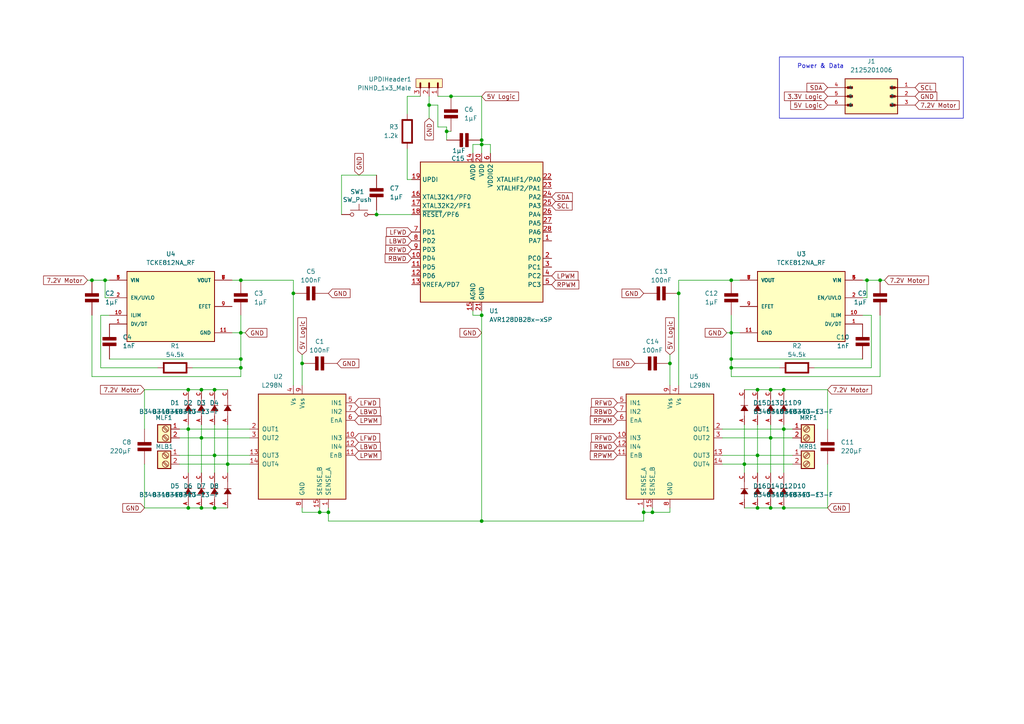
<source format=kicad_sch>
(kicad_sch (version 20250114) (generator "eeschema") (generator_version "9.0")
  (paper "A4")
  (lib_symbols
    (symbol "2125201006:2125201006" (pin_names (offset 1.016))
      (property "Reference" "J" (at -7.62 6.35 0))
      (property "Value" "2125201006" (at -7.62 -7.62 0))
      (symbol "2125201006_0_0"
        (pin passive line (at -12.7 2.54 0) (length 5.08) (name "1") (number "1"))
        (pin passive line (at -12.7 0 0) (length 5.08) (name "2") (number "2"))
        (pin passive line (at -12.7 -2.54 0) (length 5.08) (name "3") (number "3"))
        (pin passive line (at 12.7 2.54 180) (length 5.08) (name "4") (number "4"))
        (pin passive line (at 12.7 0 180) (length 5.08) (name "5") (number "5"))
        (pin passive line (at 12.7 -2.54 180) (length 5.08) (name "6") (number "6"))
      )
    )
    (symbol "B340-13-F:B340-13-F" (pin_names (offset 1.016))
      (property "Reference" "D" (at -5.084 2.542 0))
      (property "Value" "B340-13-F" (at -5.0836 -4.3211 0))
      (symbol "B340-13-F_0_0"
        (pin passive line (at -5.08 0 0) (length 2.54) (name "~") (number "A"))
        (pin passive line (at 5.08 0 180) (length 2.54) (name "~") (number "C"))
      )
    )
    (symbol "Driver_Motor:L298N" (pin_names (offset 1.016))
      (property "Reference" "U" (at -10.16 16.51 0))
      (property "Value" "L298N" (at 12.7 16.51 0))
      (symbol "L298N_1_1"
        (pin input line (at -15.24 12.7 0) (length 2.54) (name "IN1") (number "5"))
        (pin input line (at -15.24 10.16 0) (length 2.54) (name "IN2") (number "7"))
        (pin input line (at -15.24 7.62 0) (length 2.54) (name "EnA") (number "6"))
        (pin input line (at -15.24 2.54 0) (length 2.54) (name "IN3") (number "10"))
        (pin input line (at -15.24 0 0) (length 2.54) (name "IN4") (number "12"))
        (pin input line (at -15.24 -2.54 0) (length 2.54) (name "EnB") (number "11"))
        (pin power_in line (at -7.62 -17.78 90) (length 2.54) (name "SENSE_A") (number "1"))
        (pin power_in line (at -5.08 -17.78 90) (length 2.54) (name "SENSE_B") (number "15"))
        (pin power_in line (at 0 17.78 270) (length 2.54) (name "Vss") (number "9"))
        (pin power_in line (at 0 -17.78 90) (length 2.54) (name "GND") (number "8"))
        (pin power_in line (at 2.54 17.78 270) (length 2.54) (name "Vs") (number "4"))
        (pin output line (at 15.24 5.08 180) (length 2.54) (name "OUT1") (number "2"))
        (pin output line (at 15.24 2.54 180) (length 2.54) (name "OUT2") (number "3"))
        (pin output line (at 15.24 -2.54 180) (length 2.54) (name "OUT3") (number "13"))
        (pin output line (at 15.24 -5.08 180) (length 2.54) (name "OUT4") (number "14"))
      )
    )
    (symbol "MCU_Microchip_AVR_Dx:AVR128DB28x-xSP"
      (property "Reference" "U" (at -17.78 21.59 0))
      (property "Value" "AVR128DB28x-xSP" (at 2.54 -21.59 0))
      (symbol "AVR128DB28x-xSP_1_1"
        (pin input line (at -20.32 15.24 0) (length 2.54) (name "UPDI") (number "19"))
        (pin bidirectional line (at -20.32 10.16 0) (length 2.54) (name "XTAL32K1/PF0") (number "16"))
        (pin bidirectional line (at -20.32 7.62 0) (length 2.54) (name "XTAL32K2/PF1") (number "17"))
        (pin bidirectional line (at -20.32 5.08 0) (length 2.54) (name "~{RESET}/PF6") (number "18"))
        (pin bidirectional line (at -20.32 0 0) (length 2.54) (name "PD1") (number "7"))
        (pin bidirectional line (at -20.32 -2.54 0) (length 2.54) (name "PD2") (number "8"))
        (pin bidirectional line (at -20.32 -5.08 0) (length 2.54) (name "PD3") (number "9"))
        (pin bidirectional line (at -20.32 -7.62 0) (length 2.54) (name "PD4") (number "10"))
        (pin bidirectional line (at -20.32 -10.16 0) (length 2.54) (name "PD5") (number "11"))
        (pin bidirectional line (at -20.32 -12.7 0) (length 2.54) (name "PD6") (number "12"))
        (pin bidirectional line (at -20.32 -15.24 0) (length 2.54) (name "VREFA/PD7") (number "13"))
        (pin power_in line (at -2.54 22.86 270) (length 2.54) (name "AVDD") (number "14"))
        (pin power_in line (at -2.54 -22.86 90) (length 2.54) (name "AGND") (number "15"))
        (pin power_in line (at 0 22.86 270) (length 2.54) (name "VDD") (number "20"))
        (pin power_in line (at 0 -22.86 90) (length 2.54) (name "GND") (number "21"))
        (pin power_in line (at 2.54 22.86 270) (length 2.54) (name "VDDIO2") (number "6"))
        (pin bidirectional line (at 20.32 15.24 180) (length 2.54) (name "XTALHF1/PA0") (number "22"))
        (pin bidirectional line (at 20.32 12.7 180) (length 2.54) (name "XTALHF2/PA1") (number "23"))
        (pin bidirectional line (at 20.32 10.16 180) (length 2.54) (name "PA2") (number "24"))
        (pin bidirectional line (at 20.32 7.62 180) (length 2.54) (name "PA3") (number "25"))
        (pin bidirectional line (at 20.32 5.08 180) (length 2.54) (name "PA4") (number "26"))
        (pin bidirectional line (at 20.32 2.54 180) (length 2.54) (name "PA5") (number "27"))
        (pin bidirectional line (at 20.32 0 180) (length 2.54) (name "PA6") (number "28"))
        (pin bidirectional line (at 20.32 -2.54 180) (length 2.54) (name "PA7") (number "1"))
        (pin bidirectional line (at 20.32 -7.62 180) (length 2.54) (name "PC0") (number "2"))
        (pin bidirectional line (at 20.32 -10.16 180) (length 2.54) (name "PC1") (number "3"))
        (pin bidirectional line (at 20.32 -12.7 180) (length 2.54) (name "PC2") (number "4"))
        (pin bidirectional line (at 20.32 -15.24 180) (length 2.54) (name "PC3") (number "5"))
      )
    )
    (symbol "PCM_Elektuur:C" (pin_numbers (hide yes)) (pin_names (offset 0) (hide yes))
      (property "Reference" "C" (at 0.635 3.175 0))
      (property "Value" "C" (at 0.635 -3.175 0))
      (symbol "C_1_1"
        (pin passive line (at 0 5.08 270) (length 3.8862) (name "+") (number "1"))
        (pin passive line (at 0 -5.08 90) (length 3.8862) (name "-") (number "2"))
      )
      (symbol "C_1_2"
        (pin passive line (at 0 5.08 270) (length 3.5814) (name "+") (number "1"))
        (pin passive line (at 0 -5.08 90) (length 3.5814) (name "-") (number "2"))
      )
    )
    (symbol "PCM_Elektuur:R" (pin_numbers (hide yes)) (pin_names (offset 0) (hide yes))
      (property "Reference" "R" (at 2.54 3.175 0))
      (property "Value" "R" (at 0 0 90))
      (symbol "R_1_1"
        (pin passive line (at 0 5.08 270) (length 1.651) (name "+") (number "1"))
        (pin passive line (at 0 -5.08 90) (length 1.651) (name "-") (number "2"))
      )
      (symbol "R_1_2"
        (pin passive line (at 0 5.08 270) (length 1.651) (name "+") (number "1"))
        (pin passive line (at 0 -5.08 90) (length 1.651) (name "-") (number "2"))
      )
      (symbol "R_1_3"
        (pin passive line (at 0 5.08 270) (length 1.6002) (name "+") (number "1"))
        (pin passive line (at 0 -5.08 90) (length 1.6002) (name "-") (number "2"))
      )
      (symbol "R_1_4"
        (pin passive line (at 0 5.08 270) (length 0.5334) (name "+") (number "1"))
        (pin passive line (at 0 -5.08 90) (length 0.5334) (name "-") (number "2"))
      )
    )
    (symbol "PCM_SL_Pin_Headers:PINHD_1x3_Male"
      (property "Reference" "J" (at 0 7.62 0))
      (property "Value" "PINHD_1x3_Male" (at 0 5.08 0))
      (symbol "PINHD_1x3_Male_1_1"
        (pin passive line (at -3.81 2.54 0) (length 2.54) (name "") (number "1"))
        (pin passive line (at -3.81 0 0) (length 2.54) (name "") (number "2"))
        (pin passive line (at -3.81 -2.54 0) (length 2.54) (name "") (number "3"))
      )
    )
    (symbol "PCM_SL_Screw_Terminal:Screw_Terminal_2_P5.00mm"
      (property "Reference" "J" (at 0 3.81 0))
      (property "Value" "Screw_Terminal_2_P5.00mm" (at 0 -3.81 0))
      (symbol "Screw_Terminal_2_P5.00mm_1_1"
        (pin passive line (at -3.81 1.27 0) (length 2.54) (name "") (number "1"))
        (pin passive line (at -3.81 -1.27 0) (length 2.54) (name "") (number "2"))
      )
    )
    (symbol "Switch:SW_Push" (pin_numbers (hide yes)) (pin_names (offset 1.016) (hide yes))
      (property "Reference" "SW" (at 1.27 2.54 0))
      (property "Value" "SW_Push" (at 0 -1.524 0))
      (symbol "SW_Push_0_1"
        (pin passive line (at -5.08 0 0) (length 2.54) (name "1") (number "1"))
        (pin passive line (at 5.08 0 180) (length 2.54) (name "2") (number "2"))
      )
    )
    (symbol "TCKE812NA_RF:TCKE812NA_RF" (pin_names (offset 1.016))
      (property "Reference" "U" (at -12.7 10.922 0))
      (property "Value" "TCKE812NA_RF" (at -12.7 -12.7 0))
      (symbol "TCKE812NA_RF_0_0"
        (pin input line (at -17.78 7.62 0) (length 5.08) (name "VIN") (number "3"))
        (pin input line (at -17.78 7.62 0) (length 5.08) (name "VIN") (number "4"))
        (pin input line (at -17.78 7.62 0) (length 5.08) (name "VIN") (number "5"))
        (pin input line (at -17.78 2.54 0) (length 5.08) (name "EN/UVLO") (number "2"))
        (pin input line (at -17.78 -2.54 0) (length 5.08) (name "ILIM") (number "10"))
        (pin input line (at -17.78 -5.08 0) (length 5.08) (name "DV/DT") (number "1"))
        (pin output line (at 17.78 7.62 180) (length 5.08) (name "VOUT") (number "6"))
        (pin output line (at 17.78 7.62 180) (length 5.08) (name "VOUT") (number "7"))
        (pin output line (at 17.78 7.62 180) (length 5.08) (name "VOUT") (number "8"))
        (pin passive line (at 17.78 0 180) (length 5.08) (name "EFET") (number "9"))
        (pin power_in line (at 17.78 -7.62 180) (length 5.08) (name "GND") (number "11"))
      )
    )
  )
  (rectangle (start 226.06 16.51) (end 279.4 34.29))
  (text "Power & Data\n" (at 237.998 19.304 0) (effects (font (size 1.27 1.27))))
  (junction (at 87.63 105.41))
  (junction (at 212.09 104.14))
  (junction (at 54.61 124.46))
  (junction (at 227.33 113.03))
  (junction (at 62.23 132.08))
  (junction (at 194.31 105.41))
  (junction (at 62.23 113.03))
  (junction (at 223.52 127))
  (junction (at 30.48 81.28))
  (junction (at 212.09 96.52))
  (junction (at 255.27 81.28))
  (junction (at 139.7 151.13))
  (junction (at 58.42 147.32))
  (junction (at 85.09 85.09))
  (junction (at 139.7 41.91))
  (junction (at 92.71 148.59))
  (junction (at 139.7 40.64))
  (junction (at 186.69 148.59))
  (junction (at 223.52 147.32))
  (junction (at 219.71 113.03))
  (junction (at 69.85 104.14))
  (junction (at 109.22 62.23))
  (junction (at 58.42 113.03))
  (junction (at 69.85 106.68))
  (junction (at 129.54 38.1))
  (junction (at 69.85 96.52))
  (junction (at 219.71 132.08))
  (junction (at 212.09 81.28))
  (junction (at 95.25 148.59))
  (junction (at 124.46 30.48))
  (junction (at 69.85 81.28))
  (junction (at 54.61 113.03))
  (junction (at 212.09 106.68))
  (junction (at 139.7 91.44))
  (junction (at 66.04 134.62))
  (junction (at 58.42 127))
  (junction (at 130.81 27.94))
  (junction (at 26.67 81.28))
  (junction (at 215.9 134.62))
  (junction (at 251.46 81.28))
  (junction (at 227.33 124.46))
  (junction (at 223.52 113.03))
  (junction (at 54.61 147.32))
  (junction (at 219.71 147.32))
  (junction (at 62.23 147.32))
  (junction (at 189.23 148.59))
  (junction (at 196.85 85.09))
  (junction (at 227.33 147.32))
  (wire (pts (xy 194.31 102.87) (xy 194.31 105.41)))
  (wire (pts (xy 219.71 123.19) (xy 219.71 132.08)))
  (wire (pts (xy 194.31 148.59) (xy 189.23 148.59)))
  (wire (pts (xy 92.71 147.32) (xy 92.71 148.59)))
  (wire (pts (xy 139.7 41.91) (xy 142.24 41.91)))
  (wire (pts (xy 240.03 113.03) (xy 227.33 113.03)))
  (wire (pts (xy 85.09 85.09) (xy 85.09 111.76)))
  (wire (pts (xy 58.42 127) (xy 72.39 127)))
  (wire (pts (xy 212.09 96.52) (xy 214.63 96.52)))
  (wire (pts (xy 58.42 123.19) (xy 58.42 127)))
  (wire (pts (xy 227.33 123.19) (xy 227.33 124.46)))
  (wire (pts (xy 54.61 147.32) (xy 58.42 147.32)))
  (wire (pts (xy 139.7 40.64) (xy 139.7 41.91)))
  (wire (pts (xy 240.03 147.32) (xy 227.33 147.32)))
  (wire (pts (xy 29.21 106.68) (xy 45.72 106.68)))
  (wire (pts (xy 219.71 147.32) (xy 215.9 147.32)))
  (wire (pts (xy 229.87 132.08) (xy 219.71 132.08)))
  (wire (pts (xy 229.87 134.62) (xy 215.9 134.62)))
  (wire (pts (xy 41.91 113.03) (xy 54.61 113.03)))
  (wire (pts (xy 214.63 81.28) (xy 212.09 81.28)))
  (wire (pts (xy 255.27 81.28) (xy 251.46 81.28)))
  (wire (pts (xy 124.46 27.94) (xy 124.46 30.48)))
  (wire (pts (xy 252.73 91.44) (xy 250.19 91.44)))
  (wire (pts (xy 95.25 147.32) (xy 95.25 148.59)))
  (wire (pts (xy 30.48 81.28) (xy 31.75 81.28)))
  (wire (pts (xy 58.42 113.03) (xy 62.23 113.03)))
  (wire (pts (xy 137.16 91.44) (xy 139.7 91.44)))
  (wire (pts (xy 223.52 127) (xy 223.52 137.16)))
  (wire (pts (xy 99.06 62.23) (xy 99.06 50.8)))
  (wire (pts (xy 256.54 81.28) (xy 255.27 81.28)))
  (wire (pts (xy 52.07 134.62) (xy 66.04 134.62)))
  (wire (pts (xy 223.52 123.19) (xy 223.52 127)))
  (wire (pts (xy 95.25 151.13) (xy 95.25 148.59)))
  (wire (pts (xy 219.71 113.03) (xy 215.9 113.03)))
  (wire (pts (xy 139.7 41.91) (xy 139.7 44.45)))
  (wire (pts (xy 99.06 50.8) (xy 109.22 50.8)))
  (wire (pts (xy 118.11 43.18) (xy 118.11 52.07)))
  (wire (pts (xy 219.71 132.08) (xy 219.71 137.16)))
  (wire (pts (xy 87.63 105.41) (xy 87.63 111.76)))
  (wire (pts (xy 62.23 147.32) (xy 66.04 147.32)))
  (wire (pts (xy 26.67 91.44) (xy 26.67 109.22)))
  (wire (pts (xy 26.67 109.22) (xy 69.85 109.22)))
  (wire (pts (xy 54.61 113.03) (xy 58.42 113.03)))
  (wire (pts (xy 227.33 124.46) (xy 209.55 124.46)))
  (wire (pts (xy 129.54 38.1) (xy 130.81 38.1)))
  (wire (pts (xy 137.16 90.17) (xy 137.16 91.44)))
  (wire (pts (xy 240.03 134.62) (xy 240.03 147.32)))
  (wire (pts (xy 229.87 124.46) (xy 227.33 124.46)))
  (wire (pts (xy 255.27 91.44) (xy 255.27 109.22)))
  (wire (pts (xy 139.7 41.91) (xy 137.16 41.91)))
  (wire (pts (xy 62.23 132.08) (xy 62.23 137.16)))
  (wire (pts (xy 127 27.94) (xy 130.81 27.94)))
  (wire (pts (xy 186.69 151.13) (xy 186.69 148.59)))
  (wire (pts (xy 142.24 44.45) (xy 142.24 41.91)))
  (wire (pts (xy 212.09 104.14) (xy 212.09 106.68)))
  (wire (pts (xy 137.16 44.45) (xy 137.16 41.91)))
  (wire (pts (xy 52.07 124.46) (xy 54.61 124.46)))
  (wire (pts (xy 62.23 132.08) (xy 72.39 132.08)))
  (wire (pts (xy 215.9 123.19) (xy 215.9 134.62)))
  (wire (pts (xy 58.42 147.32) (xy 62.23 147.32)))
  (wire (pts (xy 196.85 81.28) (xy 196.85 85.09)))
  (wire (pts (xy 127 30.48) (xy 127 36.83)))
  (wire (pts (xy 212.09 96.52) (xy 212.09 104.14)))
  (wire (pts (xy 66.04 123.19) (xy 66.04 134.62)))
  (wire (pts (xy 58.42 127) (xy 58.42 137.16)))
  (wire (pts (xy 67.31 81.28) (xy 69.85 81.28)))
  (wire (pts (xy 69.85 106.68) (xy 69.85 109.22)))
  (wire (pts (xy 95.25 148.59) (xy 92.71 148.59)))
  (wire (pts (xy 109.22 62.23) (xy 109.22 60.96)))
  (wire (pts (xy 95.25 151.13) (xy 139.7 151.13)))
  (wire (pts (xy 25.4 81.28) (xy 26.67 81.28)))
  (wire (pts (xy 29.21 91.44) (xy 29.21 106.68)))
  (wire (pts (xy 55.88 106.68) (xy 69.85 106.68)))
  (wire (pts (xy 54.61 124.46) (xy 54.61 137.16)))
  (wire (pts (xy 194.31 105.41) (xy 194.31 111.76)))
  (wire (pts (xy 223.52 147.32) (xy 219.71 147.32)))
  (wire (pts (xy 66.04 134.62) (xy 72.39 134.62)))
  (wire (pts (xy 186.69 147.32) (xy 186.69 148.59)))
  (wire (pts (xy 186.69 148.59) (xy 189.23 148.59)))
  (wire (pts (xy 118.11 52.07) (xy 119.38 52.07)))
  (wire (pts (xy 139.7 91.44) (xy 139.7 151.13)))
  (wire (pts (xy 69.85 91.44) (xy 69.85 96.52)))
  (wire (pts (xy 31.75 104.14) (xy 69.85 104.14)))
  (wire (pts (xy 255.27 109.22) (xy 212.09 109.22)))
  (wire (pts (xy 215.9 134.62) (xy 215.9 137.16)))
  (wire (pts (xy 29.21 91.44) (xy 31.75 91.44)))
  (wire (pts (xy 85.09 81.28) (xy 85.09 85.09)))
  (wire (pts (xy 30.48 81.28) (xy 30.48 86.36)))
  (wire (pts (xy 212.09 106.68) (xy 212.09 109.22)))
  (wire (pts (xy 189.23 147.32) (xy 189.23 148.59)))
  (wire (pts (xy 194.31 148.59) (xy 194.31 147.32)))
  (wire (pts (xy 62.23 113.03) (xy 66.04 113.03)))
  (wire (pts (xy 251.46 86.36) (xy 250.19 86.36)))
  (wire (pts (xy 196.85 85.09) (xy 196.85 111.76)))
  (wire (pts (xy 54.61 124.46) (xy 72.39 124.46)))
  (wire (pts (xy 139.7 90.17) (xy 139.7 91.44)))
  (wire (pts (xy 54.61 123.19) (xy 54.61 124.46)))
  (wire (pts (xy 41.91 147.32) (xy 54.61 147.32)))
  (wire (pts (xy 52.07 132.08) (xy 62.23 132.08)))
  (wire (pts (xy 212.09 81.28) (xy 196.85 81.28)))
  (wire (pts (xy 229.87 127) (xy 223.52 127)))
  (wire (pts (xy 227.33 113.03) (xy 223.52 113.03)))
  (wire (pts (xy 121.92 27.94) (xy 118.11 27.94)))
  (wire (pts (xy 223.52 127) (xy 209.55 127)))
  (wire (pts (xy 87.63 102.87) (xy 87.63 105.41)))
  (wire (pts (xy 109.22 62.23) (xy 119.38 62.23)))
  (wire (pts (xy 69.85 81.28) (xy 85.09 81.28)))
  (wire (pts (xy 250.19 104.14) (xy 212.09 104.14)))
  (wire (pts (xy 129.54 38.1) (xy 129.54 36.83)))
  (wire (pts (xy 62.23 123.19) (xy 62.23 132.08)))
  (wire (pts (xy 69.85 96.52) (xy 67.31 96.52)))
  (wire (pts (xy 226.06 106.68) (xy 212.09 106.68)))
  (wire (pts (xy 130.81 27.94) (xy 139.7 27.94)))
  (wire (pts (xy 210.82 96.52) (xy 212.09 96.52)))
  (wire (pts (xy 212.09 91.44) (xy 212.09 96.52)))
  (wire (pts (xy 251.46 81.28) (xy 250.19 81.28)))
  (wire (pts (xy 252.73 106.68) (xy 236.22 106.68)))
  (wire (pts (xy 240.03 113.03) (xy 240.03 124.46)))
  (wire (pts (xy 87.63 148.59) (xy 87.63 147.32)))
  (wire (pts (xy 30.48 86.36) (xy 31.75 86.36)))
  (wire (pts (xy 124.46 30.48) (xy 127 30.48)))
  (wire (pts (xy 127 36.83) (xy 129.54 36.83)))
  (wire (pts (xy 227.33 124.46) (xy 227.33 137.16)))
  (wire (pts (xy 251.46 81.28) (xy 251.46 86.36)))
  (wire (pts (xy 26.67 81.28) (xy 30.48 81.28)))
  (wire (pts (xy 41.91 113.03) (xy 41.91 124.46)))
  (wire (pts (xy 41.91 134.62) (xy 41.91 147.32)))
  (wire (pts (xy 219.71 132.08) (xy 209.55 132.08)))
  (wire (pts (xy 139.7 27.94) (xy 139.7 40.64)))
  (wire (pts (xy 52.07 127) (xy 58.42 127)))
  (wire (pts (xy 124.46 30.48) (xy 124.46 34.29)))
  (wire (pts (xy 69.85 96.52) (xy 69.85 104.14)))
  (wire (pts (xy 139.7 151.13) (xy 186.69 151.13)))
  (wire (pts (xy 118.11 27.94) (xy 118.11 33.02)))
  (wire (pts (xy 252.73 91.44) (xy 252.73 106.68)))
  (wire (pts (xy 215.9 134.62) (xy 209.55 134.62)))
  (wire (pts (xy 69.85 104.14) (xy 69.85 106.68)))
  (wire (pts (xy 223.52 113.03) (xy 219.71 113.03)))
  (wire (pts (xy 71.12 96.52) (xy 69.85 96.52)))
  (wire (pts (xy 87.63 148.59) (xy 92.71 148.59)))
  (wire (pts (xy 66.04 134.62) (xy 66.04 137.16)))
  (wire (pts (xy 227.33 147.32) (xy 223.52 147.32)))
  (wire (pts (xy 129.54 38.1) (xy 129.54 40.64)))
  (global_label "LBWD" (shape input) (at 102.87 119.38 0) (property "Intersheetrefs" "${INTERSHEET_REFS}" (effects (hide yes))))
  (global_label "GND" (shape input) (at 41.91 147.32 180) (property "Intersheetrefs" "${INTERSHEET_REFS}" (effects (hide yes))))
  (global_label "5V Logic" (shape input) (at 87.63 102.87 90) (property "Intersheetrefs" "${INTERSHEET_REFS}" (effects (hide yes))))
  (global_label "7.2V Motor" (shape input) (at 25.4 81.28 180) (property "Intersheetrefs" "${INTERSHEET_REFS}" (effects (hide yes))))
  (global_label "SDA" (shape input) (at 160.02 57.15 0) (property "Intersheetrefs" "${INTERSHEET_REFS}" (effects (hide yes))))
  (global_label "RBWD" (shape input) (at 179.07 119.38 180) (property "Intersheetrefs" "${INTERSHEET_REFS}" (effects (hide yes))))
  (global_label "LPWM" (shape input) (at 102.87 132.08 0) (property "Intersheetrefs" "${INTERSHEET_REFS}" (effects (hide yes))))
  (global_label "RFWD" (shape input) (at 119.38 72.39 180) (property "Intersheetrefs" "${INTERSHEET_REFS}" (effects (hide yes))))
  (global_label "LFWD" (shape input) (at 119.38 67.31 180) (property "Intersheetrefs" "${INTERSHEET_REFS}" (effects (hide yes))))
  (global_label "LFWD" (shape input) (at 102.87 127 0) (property "Intersheetrefs" "${INTERSHEET_REFS}" (effects (hide yes))))
  (global_label "LPWM" (shape input) (at 160.02 80.01 0) (property "Intersheetrefs" "${INTERSHEET_REFS}" (effects (hide yes))))
  (global_label "RBWD" (shape input) (at 179.07 129.54 180) (property "Intersheetrefs" "${INTERSHEET_REFS}" (effects (hide yes))))
  (global_label "LPWM" (shape input) (at 102.87 121.92 0) (property "Intersheetrefs" "${INTERSHEET_REFS}" (effects (hide yes))))
  (global_label "RBWD" (shape input) (at 119.38 74.93 180) (property "Intersheetrefs" "${INTERSHEET_REFS}" (effects (hide yes))))
  (global_label "7.2V Motor" (shape input) (at 256.54 81.28 0) (property "Intersheetrefs" "${INTERSHEET_REFS}" (effects (hide yes))))
  (global_label "5V Logic" (shape input) (at 194.31 102.87 90) (property "Intersheetrefs" "${INTERSHEET_REFS}" (effects (hide yes))))
  (global_label "GND" (shape input) (at 139.7 96.52 180) (property "Intersheetrefs" "${INTERSHEET_REFS}" (effects (hide yes))))
  (global_label "3.3V Logic" (shape input) (at 240.03 27.94 180) (property "Intersheetrefs" "${INTERSHEET_REFS}" (effects (hide yes))))
  (global_label "LBWD" (shape input) (at 102.87 129.54 0) (property "Intersheetrefs" "${INTERSHEET_REFS}" (effects (hide yes))))
  (global_label "RFWD" (shape input) (at 179.07 116.84 180) (property "Intersheetrefs" "${INTERSHEET_REFS}" (effects (hide yes))))
  (global_label "SDA" (shape input) (at 240.03 25.4 180) (property "Intersheetrefs" "${INTERSHEET_REFS}" (effects (hide yes))))
  (global_label "5V Logic" (shape input) (at 240.03 30.48 180) (property "Intersheetrefs" "${INTERSHEET_REFS}" (effects (hide yes))))
  (global_label "RPWM" (shape input) (at 179.07 132.08 180) (property "Intersheetrefs" "${INTERSHEET_REFS}" (effects (hide yes))))
  (global_label "LBWD" (shape input) (at 119.38 69.85 180) (property "Intersheetrefs" "${INTERSHEET_REFS}" (effects (hide yes))))
  (global_label "GND" (shape input) (at 95.25 85.09 0) (property "Intersheetrefs" "${INTERSHEET_REFS}" (effects (hide yes))))
  (global_label "7.2V Motor" (shape input) (at 240.03 113.03 0) (property "Intersheetrefs" "${INTERSHEET_REFS}" (effects (hide yes))))
  (global_label "LFWD" (shape input) (at 102.87 116.84 0) (property "Intersheetrefs" "${INTERSHEET_REFS}" (effects (hide yes))))
  (global_label "GND" (shape input) (at 265.43 27.94 0) (property "Intersheetrefs" "${INTERSHEET_REFS}" (effects (hide yes))))
  (global_label "GND" (shape input) (at 104.14 50.8 90) (property "Intersheetrefs" "${INTERSHEET_REFS}" (effects (hide yes))))
  (global_label "SCL" (shape input) (at 160.02 59.69 0) (property "Intersheetrefs" "${INTERSHEET_REFS}" (effects (hide yes))))
  (global_label "GND" (shape input) (at 71.12 96.52 0) (property "Intersheetrefs" "${INTERSHEET_REFS}" (effects (hide yes))))
  (global_label "RPWM" (shape input) (at 160.02 82.55 0) (property "Intersheetrefs" "${INTERSHEET_REFS}" (effects (hide yes))))
  (global_label "GND" (shape input) (at 210.82 96.52 180) (property "Intersheetrefs" "${INTERSHEET_REFS}" (effects (hide yes))))
  (global_label "RPWM" (shape input) (at 179.07 121.92 180) (property "Intersheetrefs" "${INTERSHEET_REFS}" (effects (hide yes))))
  (global_label "5V Logic" (shape input) (at 139.7 27.94 0) (property "Intersheetrefs" "${INTERSHEET_REFS}" (effects (hide yes))))
  (global_label "GND" (shape input) (at 184.15 105.41 180) (property "Intersheetrefs" "${INTERSHEET_REFS}" (effects (hide yes))))
  (global_label "GND" (shape input) (at 97.79 105.41 0) (property "Intersheetrefs" "${INTERSHEET_REFS}" (effects (hide yes))))
  (global_label "GND" (shape input) (at 240.03 147.32 0) (property "Intersheetrefs" "${INTERSHEET_REFS}" (effects (hide yes))))
  (global_label "SCL" (shape input) (at 265.43 25.4 0) (property "Intersheetrefs" "${INTERSHEET_REFS}" (effects (hide yes))))
  (global_label "7.2V Motor" (shape input) (at 41.91 113.03 180) (property "Intersheetrefs" "${INTERSHEET_REFS}" (effects (hide yes))))
  (global_label "7.2V Motor" (shape input) (at 265.43 30.48 0) (property "Intersheetrefs" "${INTERSHEET_REFS}" (effects (hide yes))))
  (global_label "RFWD" (shape input) (at 179.07 127 180) (property "Intersheetrefs" "${INTERSHEET_REFS}" (effects (hide yes))))
  (global_label "GND" (shape input) (at 124.46 34.29 270) (property "Intersheetrefs" "${INTERSHEET_REFS}" (effects (hide yes))))
  (global_label "GND" (shape input) (at 186.69 85.09 180) (property "Intersheetrefs" "${INTERSHEET_REFS}" (effects (hide yes))))
  (symbol (lib_id "Driver_Motor:L298N") (at 194.31 129.54 0) (unit 1)
    (property "Reference" "U5" (at 199.898 109.22 0) (effects (justify left)))
    (property "Value" "L298N" (at 199.898 111.76 0) (effects (justify left)))
    (property "Footprint" "L298N:Multiwatt15L V with heatsink v2" (effects (hide yes)))
    (property "Datasheet" "http://www.st.com/st-web-ui/static/active/en/resource/technical/document/datasheet/CD00000240.pdf" (effects (hide yes)))
    (property "Description" "Dual full bridge motor driver, up to 46V, 4A, Multiwatt15-V" (effects (hide yes)))
  )
  (symbol (lib_id "B340-13-F:B340-13-F") (at 58.42 142.24 270) (mirror x) (unit 1)
    (property "Reference" "D6" (at 55.88 140.9699 90) (effects (justify right)))
    (property "Value" "B340-13-F" (at 55.88 143.5099 90) (effects (justify right)))
    (property "Footprint" "B340-13-F:DIO_B340-13-F" (effects (hide yes)))
    (property "MF" "Diodes Inc." (effects (hide yes)))
    (property "Description_1" "Schottky Diode 3A 40V 0.5Vf SMC | Diodes Inc B340-13-F" (effects (hide yes)))
    (property "Package" "DO-214 Diodes Inc." (effects (hide yes)))
    (property "Price" "None" (effects (hide yes)))
    (property "Check_prices" "https://www.snapeda.com/parts/B340-13-F/Diodes+Inc./view-part/?ref=eda" (effects (hide yes)))
    (property "STANDARD" "Manufacturer Recommendations" (effects (hide yes)))
    (property "PARTREV" "12-2" (effects (hide yes)))
    (property "SnapEDA_Link" "https://www.snapeda.com/parts/B340-13-F/Diodes+Inc./view-part/?ref=snap" (effects (hide yes)))
    (property "MP" "B340-13-F" (effects (hide yes)))
    (property "Availability" "In Stock" (effects (hide yes)))
    (property "MANUFACTURER" "DIODES INCORPORATED" (effects (hide yes)))
  )
  (symbol (lib_id "PCM_Elektuur:C") (at 109.22 55.88 0) (unit 1)
    (property "Reference" "C7" (at 113.03 54.6099 0) (effects (justify left)))
    (property "Value" "1μF" (at 113.03 57.1499 0) (effects (justify left)))
    (property "Footprint" "Capacitor_THT:C_Disc_D3.0mm_W2.0mm_P2.50mm" (effects (hide yes)))
    (property "Description" "capacitor, non-polarized/bipolar" (effects (hide yes)))
    (property "Indicator" "+" (effects (hide yes)))
    (property "Rating" "V" (effects (hide yes)))
  )
  (symbol (lib_id "B340-13-F:B340-13-F") (at 66.04 142.24 270) (mirror x) (unit 1)
    (property "Reference" "D8" (at 63.5 140.9699 90) (effects (justify right)))
    (property "Value" "B340-13-F" (at 63.5 143.5099 90) (effects (justify right)))
    (property "Footprint" "B340-13-F:DIO_B340-13-F" (effects (hide yes)))
    (property "MF" "Diodes Inc." (effects (hide yes)))
    (property "Description_1" "Schottky Diode 3A 40V 0.5Vf SMC | Diodes Inc B340-13-F" (effects (hide yes)))
    (property "Package" "DO-214 Diodes Inc." (effects (hide yes)))
    (property "Price" "None" (effects (hide yes)))
    (property "Check_prices" "https://www.snapeda.com/parts/B340-13-F/Diodes+Inc./view-part/?ref=eda" (effects (hide yes)))
    (property "STANDARD" "Manufacturer Recommendations" (effects (hide yes)))
    (property "PARTREV" "12-2" (effects (hide yes)))
    (property "SnapEDA_Link" "https://www.snapeda.com/parts/B340-13-F/Diodes+Inc./view-part/?ref=snap" (effects (hide yes)))
    (property "MP" "B340-13-F" (effects (hide yes)))
    (property "Availability" "In Stock" (effects (hide yes)))
    (property "MANUFACTURER" "DIODES INCORPORATED" (effects (hide yes)))
  )
  (symbol (lib_id "PCM_Elektuur:C") (at 90.17 85.09 90) (unit 1)
    (property "Reference" "C5" (at 90.17 78.74 90))
    (property "Value" "100nF" (at 90.17 81.28 90))
    (property "Footprint" "Capacitor_THT:C_Disc_D3.0mm_W2.0mm_P2.50mm" (effects (hide yes)))
    (property "Description" "capacitor, non-polarized/bipolar" (effects (hide yes)))
    (property "Indicator" "+" (effects (hide yes)))
    (property "Rating" "V" (effects (hide yes)))
  )
  (symbol (lib_id "PCM_Elektuur:C") (at 41.91 129.54 0) (mirror y) (unit 1)
    (property "Reference" "C8" (at 38.1 128.2699 0) (effects (justify left)))
    (property "Value" "220μF" (at 38.1 130.8099 0) (effects (justify left)))
    (property "Footprint" "Capacitor_THT:C_Disc_D3.0mm_W2.0mm_P2.50mm" (effects (hide yes)))
    (property "Description" "capacitor, non-polarized/bipolar" (effects (hide yes)))
    (property "Indicator" "+" (effects (hide yes)))
    (property "Rating" "V" (effects (hide yes)))
  )
  (symbol (lib_id "Switch:SW_Push") (at 104.14 62.23 0) (unit 1)
    (property "Reference" "SW1" (at 103.632 55.626 0))
    (property "Value" "SW_Push" (at 103.632 57.912 0))
    (property "Footprint" "Button_Switch_THT:SW_PUSH_6mm" (effects (hide yes)))
    (property "Description" "Push button switch, generic, two pins" (effects (hide yes)))
  )
  (symbol (lib_id "B340-13-F:B340-13-F") (at 219.71 142.24 90) (unit 1)
    (property "Reference" "D14" (at 222.25 140.9699 90) (effects (justify right)))
    (property "Value" "B340-13-F" (at 222.25 143.5099 90) (effects (justify right)))
    (property "Footprint" "B340-13-F:DIO_B340-13-F" (effects (hide yes)))
    (property "MF" "Diodes Inc." (effects (hide yes)))
    (property "Description_1" "Schottky Diode 3A 40V 0.5Vf SMC | Diodes Inc B340-13-F" (effects (hide yes)))
    (property "Package" "DO-214 Diodes Inc." (effects (hide yes)))
    (property "Price" "None" (effects (hide yes)))
    (property "Check_prices" "https://www.snapeda.com/parts/B340-13-F/Diodes+Inc./view-part/?ref=eda" (effects (hide yes)))
    (property "STANDARD" "Manufacturer Recommendations" (effects (hide yes)))
    (property "PARTREV" "12-2" (effects (hide yes)))
    (property "SnapEDA_Link" "https://www.snapeda.com/parts/B340-13-F/Diodes+Inc./view-part/?ref=snap" (effects (hide yes)))
    (property "MP" "B340-13-F" (effects (hide yes)))
    (property "Availability" "In Stock" (effects (hide yes)))
    (property "MANUFACTURER" "DIODES INCORPORATED" (effects (hide yes)))
  )
  (symbol (lib_id "PCM_Elektuur:C") (at 191.77 85.09 270) (mirror x) (unit 1)
    (property "Reference" "C13" (at 191.77 78.74 90))
    (property "Value" "100nF" (at 191.77 81.28 90))
    (property "Footprint" "Capacitor_THT:C_Disc_D3.0mm_W2.0mm_P2.50mm" (effects (hide yes)))
    (property "Description" "capacitor, non-polarized/bipolar" (effects (hide yes)))
    (property "Indicator" "+" (effects (hide yes)))
    (property "Rating" "V" (effects (hide yes)))
  )
  (symbol (lib_id "PCM_SL_Screw_Terminal:Screw_Terminal_2_P5.00mm") (at 48.26 125.73 0) (mirror y) (unit 1)
    (property "Reference" "MLF1" (at 50.038 121.158 0) (effects (justify left)))
    (property "Value" "Screw_Terminal_2_P5.00mm" (effects (hide yes)))
    (property "Footprint" "TerminalBlock_Phoenix:TerminalBlock_Phoenix_PT-1,5-2-5.0-H_1x02_P5.00mm_Horizontal" (effects (hide yes)))
  )
  (symbol (lib_id "PCM_Elektuur:C") (at 69.85 86.36 0) (unit 1)
    (property "Reference" "C3" (at 73.66 85.0899 0) (effects (justify left)))
    (property "Value" "1μF" (at 73.66 87.6299 0) (effects (justify left)))
    (property "Footprint" "Capacitor_THT:C_Disc_D3.0mm_W2.0mm_P2.50mm" (effects (hide yes)))
    (property "Description" "capacitor, non-polarized/bipolar" (effects (hide yes)))
    (property "Indicator" "+" (effects (hide yes)))
    (property "Rating" "V" (effects (hide yes)))
  )
  (symbol (lib_id "B340-13-F:B340-13-F") (at 54.61 142.24 270) (mirror x) (unit 1)
    (property "Reference" "D5" (at 52.07 140.9699 90) (effects (justify right)))
    (property "Value" "B340-13-F" (at 52.07 143.5099 90) (effects (justify right)))
    (property "Footprint" "B340-13-F:DIO_B340-13-F" (effects (hide yes)))
    (property "MF" "Diodes Inc." (effects (hide yes)))
    (property "Description_1" "Schottky Diode 3A 40V 0.5Vf SMC | Diodes Inc B340-13-F" (effects (hide yes)))
    (property "Package" "DO-214 Diodes Inc." (effects (hide yes)))
    (property "Price" "None" (effects (hide yes)))
    (property "Check_prices" "https://www.snapeda.com/parts/B340-13-F/Diodes+Inc./view-part/?ref=eda" (effects (hide yes)))
    (property "STANDARD" "Manufacturer Recommendations" (effects (hide yes)))
    (property "PARTREV" "12-2" (effects (hide yes)))
    (property "SnapEDA_Link" "https://www.snapeda.com/parts/B340-13-F/Diodes+Inc./view-part/?ref=snap" (effects (hide yes)))
    (property "MP" "B340-13-F" (effects (hide yes)))
    (property "Availability" "In Stock" (effects (hide yes)))
    (property "MANUFACTURER" "DIODES INCORPORATED" (effects (hide yes)))
  )
  (symbol (lib_id "B340-13-F:B340-13-F") (at 62.23 118.11 270) (mirror x) (unit 1)
    (property "Reference" "D3" (at 59.69 116.8399 90) (effects (justify right)))
    (property "Value" "B340-13-F" (at 59.69 119.3799 90) (effects (justify right)))
    (property "Footprint" "B340-13-F:DIO_B340-13-F" (effects (hide yes)))
    (property "MF" "Diodes Inc." (effects (hide yes)))
    (property "Description_1" "Schottky Diode 3A 40V 0.5Vf SMC | Diodes Inc B340-13-F" (effects (hide yes)))
    (property "Package" "DO-214 Diodes Inc." (effects (hide yes)))
    (property "Price" "None" (effects (hide yes)))
    (property "Check_prices" "https://www.snapeda.com/parts/B340-13-F/Diodes+Inc./view-part/?ref=eda" (effects (hide yes)))
    (property "STANDARD" "Manufacturer Recommendations" (effects (hide yes)))
    (property "PARTREV" "12-2" (effects (hide yes)))
    (property "SnapEDA_Link" "https://www.snapeda.com/parts/B340-13-F/Diodes+Inc./view-part/?ref=snap" (effects (hide yes)))
    (property "MP" "B340-13-F" (effects (hide yes)))
    (property "Availability" "In Stock" (effects (hide yes)))
    (property "MANUFACTURER" "DIODES INCORPORATED" (effects (hide yes)))
  )
  (symbol (lib_id "PCM_Elektuur:C") (at 130.81 33.02 0) (unit 1)
    (property "Reference" "C6" (at 134.62 31.7499 0) (effects (justify left)))
    (property "Value" "1μF" (at 134.62 34.2899 0) (effects (justify left)))
    (property "Footprint" "Capacitor_THT:C_Disc_D3.0mm_W2.0mm_P2.50mm" (effects (hide yes)))
    (property "Description" "capacitor, non-polarized/bipolar" (effects (hide yes)))
    (property "Indicator" "+" (effects (hide yes)))
    (property "Rating" "V" (effects (hide yes)))
  )
  (symbol (lib_id "B340-13-F:B340-13-F") (at 223.52 118.11 90) (unit 1)
    (property "Reference" "D11" (at 226.06 116.8399 90) (effects (justify right)))
    (property "Value" "B340-13-F" (at 226.06 119.3799 90) (effects (justify right)))
    (property "Footprint" "B340-13-F:DIO_B340-13-F" (effects (hide yes)))
    (property "MF" "Diodes Inc." (effects (hide yes)))
    (property "Description_1" "Schottky Diode 3A 40V 0.5Vf SMC | Diodes Inc B340-13-F" (effects (hide yes)))
    (property "Package" "DO-214 Diodes Inc." (effects (hide yes)))
    (property "Price" "None" (effects (hide yes)))
    (property "Check_prices" "https://www.snapeda.com/parts/B340-13-F/Diodes+Inc./view-part/?ref=eda" (effects (hide yes)))
    (property "STANDARD" "Manufacturer Recommendations" (effects (hide yes)))
    (property "PARTREV" "12-2" (effects (hide yes)))
    (property "SnapEDA_Link" "https://www.snapeda.com/parts/B340-13-F/Diodes+Inc./view-part/?ref=snap" (effects (hide yes)))
    (property "MP" "B340-13-F" (effects (hide yes)))
    (property "Availability" "In Stock" (effects (hide yes)))
    (property "MANUFACTURER" "DIODES INCORPORATED" (effects (hide yes)))
  )
  (symbol (lib_id "PCM_Elektuur:C") (at 189.23 105.41 270) (mirror x) (unit 1)
    (property "Reference" "C14" (at 189.23 99.06 90))
    (property "Value" "100nF" (at 189.23 101.6 90))
    (property "Footprint" "Capacitor_THT:C_Disc_D3.0mm_W2.0mm_P2.50mm" (effects (hide yes)))
    (property "Description" "capacitor, non-polarized/bipolar" (effects (hide yes)))
    (property "Indicator" "+" (effects (hide yes)))
    (property "Rating" "V" (effects (hide yes)))
  )
  (symbol (lib_id "B340-13-F:B340-13-F") (at 219.71 118.11 90) (unit 1)
    (property "Reference" "D13" (at 222.25 116.8399 90) (effects (justify right)))
    (property "Value" "B340-13-F" (at 222.25 119.3799 90) (effects (justify right)))
    (property "Footprint" "B340-13-F:DIO_B340-13-F" (effects (hide yes)))
    (property "MF" "Diodes Inc." (effects (hide yes)))
    (property "Description_1" "Schottky Diode 3A 40V 0.5Vf SMC | Diodes Inc B340-13-F" (effects (hide yes)))
    (property "Package" "DO-214 Diodes Inc." (effects (hide yes)))
    (property "Price" "None" (effects (hide yes)))
    (property "Check_prices" "https://www.snapeda.com/parts/B340-13-F/Diodes+Inc./view-part/?ref=eda" (effects (hide yes)))
    (property "STANDARD" "Manufacturer Recommendations" (effects (hide yes)))
    (property "PARTREV" "12-2" (effects (hide yes)))
    (property "SnapEDA_Link" "https://www.snapeda.com/parts/B340-13-F/Diodes+Inc./view-part/?ref=snap" (effects (hide yes)))
    (property "MP" "B340-13-F" (effects (hide yes)))
    (property "Availability" "In Stock" (effects (hide yes)))
    (property "MANUFACTURER" "DIODES INCORPORATED" (effects (hide yes)))
  )
  (symbol (lib_id "2125201006:2125201006") (at 252.73 27.94 0) (mirror y) (unit 1)
    (property "Reference" "J1" (at 252.73 17.78 0))
    (property "Value" "2125201006" (at 252.73 20.32 0))
    (property "Footprint" "2125201006:MOLEX_2125201006" (effects (hide yes)))
    (property "DigiKey_Part_Number" "900-2125201006-ND" (effects (hide yes)))
    (property "SnapEDA_Link" "https://www.snapeda.com/parts/212520-1006/Molex/view-part/?ref=snap" (effects (hide yes)))
    (property "MAXIMUM_PACKAGE_HEIGHT" "13.60mm" (effects (hide yes)))
    (property "Package" "None" (effects (hide yes)))
    (property "Check_prices" "https://www.snapeda.com/parts/212520-1006/Molex/view-part/?ref=eda" (effects (hide yes)))
    (property "STANDARD" "Manufacturer Recommendations" (effects (hide yes)))
    (property "PARTREV" "B1" (effects (hide yes)))
    (property "MF" "Molex" (effects (hide yes)))
    (property "MP" "212520-1006" (effects (hide yes)))
    (property "Description_1" "\n                        \n                            MINI-FIT MAX 6 CIRCUIT HDR VERT | Molex Incorporated 212520-1006\n                        \n" (effects (hide yes)))
    (property "MANUFACTURER" "Molex" (effects (hide yes)))
  )
  (symbol (lib_id "PCM_Elektuur:C") (at 250.19 99.06 0) (mirror y) (unit 1)
    (property "Reference" "C10" (at 246.38 97.7899 0) (effects (justify left)))
    (property "Value" "1nF" (at 246.38 100.3299 0) (effects (justify left)))
    (property "Footprint" "Capacitor_THT:C_Disc_D3.0mm_W2.0mm_P2.50mm" (effects (hide yes)))
    (property "Description" "capacitor, non-polarized/bipolar" (effects (hide yes)))
    (property "Indicator" "+" (effects (hide yes)))
    (property "Rating" "V" (effects (hide yes)))
  )
  (symbol (lib_id "B340-13-F:B340-13-F") (at 58.42 118.11 270) (mirror x) (unit 1)
    (property "Reference" "D2" (at 55.88 116.8399 90) (effects (justify right)))
    (property "Value" "B340-13-F" (at 55.88 119.3799 90) (effects (justify right)))
    (property "Footprint" "B340-13-F:DIO_B340-13-F" (effects (hide yes)))
    (property "MF" "Diodes Inc." (effects (hide yes)))
    (property "Description_1" "Schottky Diode 3A 40V 0.5Vf SMC | Diodes Inc B340-13-F" (effects (hide yes)))
    (property "Package" "DO-214 Diodes Inc." (effects (hide yes)))
    (property "Price" "None" (effects (hide yes)))
    (property "Check_prices" "https://www.snapeda.com/parts/B340-13-F/Diodes+Inc./view-part/?ref=eda" (effects (hide yes)))
    (property "STANDARD" "Manufacturer Recommendations" (effects (hide yes)))
    (property "PARTREV" "12-2" (effects (hide yes)))
    (property "SnapEDA_Link" "https://www.snapeda.com/parts/B340-13-F/Diodes+Inc./view-part/?ref=snap" (effects (hide yes)))
    (property "MP" "B340-13-F" (effects (hide yes)))
    (property "Availability" "In Stock" (effects (hide yes)))
    (property "MANUFACTURER" "DIODES INCORPORATED" (effects (hide yes)))
  )
  (symbol (lib_id "B340-13-F:B340-13-F") (at 54.61 118.11 270) (mirror x) (unit 1)
    (property "Reference" "D1" (at 52.07 116.8399 90) (effects (justify right)))
    (property "Value" "B340-13-F" (at 52.07 119.3799 90) (effects (justify right)))
    (property "Footprint" "B340-13-F:DIO_B340-13-F" (effects (hide yes)))
    (property "MF" "Diodes Inc." (effects (hide yes)))
    (property "Description_1" "Schottky Diode 3A 40V 0.5Vf SMC | Diodes Inc B340-13-F" (effects (hide yes)))
    (property "Package" "DO-214 Diodes Inc." (effects (hide yes)))
    (property "Price" "None" (effects (hide yes)))
    (property "Check_prices" "https://www.snapeda.com/parts/B340-13-F/Diodes+Inc./view-part/?ref=eda" (effects (hide yes)))
    (property "STANDARD" "Manufacturer Recommendations" (effects (hide yes)))
    (property "PARTREV" "12-2" (effects (hide yes)))
    (property "SnapEDA_Link" "https://www.snapeda.com/parts/B340-13-F/Diodes+Inc./view-part/?ref=snap" (effects (hide yes)))
    (property "MP" "B340-13-F" (effects (hide yes)))
    (property "Availability" "In Stock" (effects (hide yes)))
    (property "MANUFACTURER" "DIODES INCORPORATED" (effects (hide yes)))
  )
  (symbol (lib_id "Driver_Motor:L298N") (at 87.63 129.54 0) (mirror y) (unit 1)
    (property "Reference" "U2" (at 82.042 109.22 0) (effects (justify left)))
    (property "Value" "L298N" (at 82.042 111.76 0) (effects (justify left)))
    (property "Footprint" "L298N:Multiwatt15L V with heatsink v2" (effects (hide yes)))
    (property "Datasheet" "http://www.st.com/st-web-ui/static/active/en/resource/technical/document/datasheet/CD00000240.pdf" (effects (hide yes)))
    (property "Description" "Dual full bridge motor driver, up to 46V, 4A, Multiwatt15-V" (effects (hide yes)))
  )
  (symbol (lib_id "TCKE812NA_RF:TCKE812NA_RF") (at 232.41 88.9 0) (mirror y) (unit 1)
    (property "Reference" "U3" (at 232.41 73.66 0))
    (property "Value" "TCKE812NA_RF" (at 232.41 76.2 0))
    (property "Footprint" "TCKE812NA_RF:IC_TCKE812NA_RF" (effects (hide yes)))
    (property "MF" "Toshiba Semiconductor and Storage" (effects (hide yes)))
    (property "MAXIMUM_PACKAGE_HEIGHT" "0.75mm" (effects (hide yes)))
    (property "Package" "WFDFN-10 Toshiba Semiconductor and Storage" (effects (hide yes)))
    (property "Price" "None" (effects (hide yes)))
    (property "Check_prices" "https://www.snapeda.com/parts/TCKE812NA,RF/Toshiba/view-part/?ref=eda" (effects (hide yes)))
    (property "STANDARD" "Manufacturer Recommendations" (effects (hide yes)))
    (property "PARTREV" "9.0" (effects (hide yes)))
    (property "SnapEDA_Link" "https://www.snapeda.com/parts/TCKE812NA,RF/Toshiba/view-part/?ref=snap" (effects (hide yes)))
    (property "MP" "TCKE812NA,RF" (effects (hide yes)))
    (property "Description_1" "\n                        \n                            Fuse IC with Adjustable Over Current Protection and Reverse Current Blocking FET Control\n                        \n" (effects (hide yes)))
    (property "Availability" "In Stock" (effects (hide yes)))
    (property "MANUFACTURER" "Toshiba Semiconductor and Storage" (effects (hide yes)))
  )
  (symbol (lib_id "PCM_Elektuur:C") (at 92.71 105.41 90) (unit 1)
    (property "Reference" "C1" (at 92.71 99.06 90))
    (property "Value" "100nF" (at 92.71 101.6 90))
    (property "Footprint" "Capacitor_THT:C_Disc_D3.0mm_W2.0mm_P2.50mm" (effects (hide yes)))
    (property "Description" "capacitor, non-polarized/bipolar" (effects (hide yes)))
    (property "Indicator" "+" (effects (hide yes)))
    (property "Rating" "V" (effects (hide yes)))
  )
  (symbol (lib_id "B340-13-F:B340-13-F") (at 215.9 142.24 90) (unit 1)
    (property "Reference" "D16" (at 218.44 140.9699 90) (effects (justify right)))
    (property "Value" "B340-13-F" (at 218.44 143.5099 90) (effects (justify right)))
    (property "Footprint" "B340-13-F:DIO_B340-13-F" (effects (hide yes)))
    (property "MF" "Diodes Inc." (effects (hide yes)))
    (property "Description_1" "Schottky Diode 3A 40V 0.5Vf SMC | Diodes Inc B340-13-F" (effects (hide yes)))
    (property "Package" "DO-214 Diodes Inc." (effects (hide yes)))
    (property "Price" "None" (effects (hide yes)))
    (property "Check_prices" "https://www.snapeda.com/parts/B340-13-F/Diodes+Inc./view-part/?ref=eda" (effects (hide yes)))
    (property "STANDARD" "Manufacturer Recommendations" (effects (hide yes)))
    (property "PARTREV" "12-2" (effects (hide yes)))
    (property "SnapEDA_Link" "https://www.snapeda.com/parts/B340-13-F/Diodes+Inc./view-part/?ref=snap" (effects (hide yes)))
    (property "MP" "B340-13-F" (effects (hide yes)))
    (property "Availability" "In Stock" (effects (hide yes)))
    (property "MANUFACTURER" "DIODES INCORPORATED" (effects (hide yes)))
  )
  (symbol (lib_id "B340-13-F:B340-13-F") (at 223.52 142.24 90) (unit 1)
    (property "Reference" "D12" (at 226.06 140.9699 90) (effects (justify right)))
    (property "Value" "B340-13-F" (at 226.06 143.5099 90) (effects (justify right)))
    (property "Footprint" "B340-13-F:DIO_B340-13-F" (effects (hide yes)))
    (property "MF" "Diodes Inc." (effects (hide yes)))
    (property "Description_1" "Schottky Diode 3A 40V 0.5Vf SMC | Diodes Inc B340-13-F" (effects (hide yes)))
    (property "Package" "DO-214 Diodes Inc." (effects (hide yes)))
    (property "Price" "None" (effects (hide yes)))
    (property "Check_prices" "https://www.snapeda.com/parts/B340-13-F/Diodes+Inc./view-part/?ref=eda" (effects (hide yes)))
    (property "STANDARD" "Manufacturer Recommendations" (effects (hide yes)))
    (property "PARTREV" "12-2" (effects (hide yes)))
    (property "SnapEDA_Link" "https://www.snapeda.com/parts/B340-13-F/Diodes+Inc./view-part/?ref=snap" (effects (hide yes)))
    (property "MP" "B340-13-F" (effects (hide yes)))
    (property "Availability" "In Stock" (effects (hide yes)))
    (property "MANUFACTURER" "DIODES INCORPORATED" (effects (hide yes)))
  )
  (symbol (lib_id "PCM_Elektuur:C") (at 134.62 40.64 270) (unit 1)
    (property "Reference" "C15" (at 132.842 45.974 90))
    (property "Value" "1μF" (at 133.096 43.688 90))
    (property "Footprint" "Capacitor_THT:C_Disc_D3.0mm_W2.0mm_P2.50mm" (effects (hide yes)))
    (property "Description" "capacitor, non-polarized/bipolar" (effects (hide yes)))
    (property "Indicator" "+" (effects (hide yes)))
    (property "Rating" "V" (effects (hide yes)))
  )
  (symbol (lib_id "PCM_SL_Screw_Terminal:Screw_Terminal_2_P5.00mm") (at 233.68 125.73 0) (unit 1)
    (property "Reference" "MRF1" (at 231.902 121.158 0) (effects (justify left)))
    (property "Value" "Screw_Terminal_2_P5.00mm" (effects (hide yes)))
    (property "Footprint" "TerminalBlock_Phoenix:TerminalBlock_Phoenix_PT-1,5-2-5.0-H_1x02_P5.00mm_Horizontal" (effects (hide yes)))
  )
  (symbol (lib_id "PCM_Elektuur:C") (at 255.27 86.36 0) (mirror y) (unit 1)
    (property "Reference" "C9" (at 251.46 85.0899 0) (effects (justify left)))
    (property "Value" "1μF" (at 251.46 87.6299 0) (effects (justify left)))
    (property "Footprint" "Capacitor_THT:C_Disc_D3.0mm_W2.0mm_P2.50mm" (effects (hide yes)))
    (property "Description" "capacitor, non-polarized/bipolar" (effects (hide yes)))
    (property "Indicator" "+" (effects (hide yes)))
    (property "Rating" "V" (effects (hide yes)))
  )
  (symbol (lib_id "PCM_Elektuur:R") (at 231.14 106.68 90) (mirror x) (unit 1)
    (property "Reference" "R2" (at 231.14 100.33 90))
    (property "Value" "54.5k" (at 231.14 102.87 90))
    (property "Footprint" "Resistor_THT:R_Axial_DIN0207_L6.3mm_D2.5mm_P7.62mm_Horizontal" (effects (hide yes)))
    (property "Description" "resistor" (effects (hide yes)))
    (property "Indicator" "+" (effects (hide yes)))
    (property "Rating" "W" (effects (hide yes)))
  )
  (symbol (lib_id "B340-13-F:B340-13-F") (at 227.33 142.24 90) (unit 1)
    (property "Reference" "D10" (at 229.87 140.9699 90) (effects (justify right)))
    (property "Value" "B340-13-F" (at 229.87 143.5099 90) (effects (justify right)))
    (property "Footprint" "B340-13-F:DIO_B340-13-F" (effects (hide yes)))
    (property "MF" "Diodes Inc." (effects (hide yes)))
    (property "Description_1" "Schottky Diode 3A 40V 0.5Vf SMC | Diodes Inc B340-13-F" (effects (hide yes)))
    (property "Package" "DO-214 Diodes Inc." (effects (hide yes)))
    (property "Price" "None" (effects (hide yes)))
    (property "Check_prices" "https://www.snapeda.com/parts/B340-13-F/Diodes+Inc./view-part/?ref=eda" (effects (hide yes)))
    (property "STANDARD" "Manufacturer Recommendations" (effects (hide yes)))
    (property "PARTREV" "12-2" (effects (hide yes)))
    (property "SnapEDA_Link" "https://www.snapeda.com/parts/B340-13-F/Diodes+Inc./view-part/?ref=snap" (effects (hide yes)))
    (property "MP" "B340-13-F" (effects (hide yes)))
    (property "Availability" "In Stock" (effects (hide yes)))
    (property "MANUFACTURER" "DIODES INCORPORATED" (effects (hide yes)))
  )
  (symbol (lib_id "PCM_Elektuur:R") (at 50.8 106.68 270) (unit 1)
    (property "Reference" "R1" (at 50.8 100.33 90))
    (property "Value" "54.5k" (at 50.8 102.87 90))
    (property "Footprint" "Resistor_THT:R_Axial_DIN0207_L6.3mm_D2.5mm_P7.62mm_Horizontal" (effects (hide yes)))
    (property "Description" "resistor" (effects (hide yes)))
    (property "Indicator" "+" (effects (hide yes)))
    (property "Rating" "W" (effects (hide yes)))
  )
  (symbol (lib_id "B340-13-F:B340-13-F") (at 215.9 118.11 90) (unit 1)
    (property "Reference" "D15" (at 218.44 116.8399 90) (effects (justify right)))
    (property "Value" "B340-13-F" (at 218.44 119.3799 90) (effects (justify right)))
    (property "Footprint" "B340-13-F:DIO_B340-13-F" (effects (hide yes)))
    (property "MF" "Diodes Inc." (effects (hide yes)))
    (property "Description_1" "Schottky Diode 3A 40V 0.5Vf SMC | Diodes Inc B340-13-F" (effects (hide yes)))
    (property "Package" "DO-214 Diodes Inc." (effects (hide yes)))
    (property "Price" "None" (effects (hide yes)))
    (property "Check_prices" "https://www.snapeda.com/parts/B340-13-F/Diodes+Inc./view-part/?ref=eda" (effects (hide yes)))
    (property "STANDARD" "Manufacturer Recommendations" (effects (hide yes)))
    (property "PARTREV" "12-2" (effects (hide yes)))
    (property "SnapEDA_Link" "https://www.snapeda.com/parts/B340-13-F/Diodes+Inc./view-part/?ref=snap" (effects (hide yes)))
    (property "MP" "B340-13-F" (effects (hide yes)))
    (property "Availability" "In Stock" (effects (hide yes)))
    (property "MANUFACTURER" "DIODES INCORPORATED" (effects (hide yes)))
  )
  (symbol (lib_id "PCM_SL_Screw_Terminal:Screw_Terminal_2_P5.00mm") (at 48.26 133.35 0) (mirror y) (unit 1)
    (property "Reference" "MLB1" (at 50.292 129.54 0) (effects (justify left)))
    (property "Value" "Screw_Terminal_2_P5.00mm" (effects (hide yes)))
    (property "Footprint" "TerminalBlock_Phoenix:TerminalBlock_Phoenix_PT-1,5-2-5.0-H_1x02_P5.00mm_Horizontal" (effects (hide yes)))
  )
  (symbol (lib_id "B340-13-F:B340-13-F") (at 62.23 142.24 270) (mirror x) (unit 1)
    (property "Reference" "D7" (at 59.69 140.9699 90) (effects (justify right)))
    (property "Value" "B340-13-F" (at 59.69 143.5099 90) (effects (justify right)))
    (property "Footprint" "B340-13-F:DIO_B340-13-F" (effects (hide yes)))
    (property "MF" "Diodes Inc." (effects (hide yes)))
    (property "Description_1" "Schottky Diode 3A 40V 0.5Vf SMC | Diodes Inc B340-13-F" (effects (hide yes)))
    (property "Package" "DO-214 Diodes Inc." (effects (hide yes)))
    (property "Price" "None" (effects (hide yes)))
    (property "Check_prices" "https://www.snapeda.com/parts/B340-13-F/Diodes+Inc./view-part/?ref=eda" (effects (hide yes)))
    (property "STANDARD" "Manufacturer Recommendations" (effects (hide yes)))
    (property "PARTREV" "12-2" (effects (hide yes)))
    (property "SnapEDA_Link" "https://www.snapeda.com/parts/B340-13-F/Diodes+Inc./view-part/?ref=snap" (effects (hide yes)))
    (property "MP" "B340-13-F" (effects (hide yes)))
    (property "Availability" "In Stock" (effects (hide yes)))
    (property "MANUFACTURER" "DIODES INCORPORATED" (effects (hide yes)))
  )
  (symbol (lib_id "PCM_Elektuur:C") (at 212.09 86.36 0) (mirror y) (unit 1)
    (property "Reference" "C12" (at 208.28 85.0899 0) (effects (justify left)))
    (property "Value" "1μF" (at 208.28 87.6299 0) (effects (justify left)))
    (property "Footprint" "Capacitor_THT:C_Disc_D3.0mm_W2.0mm_P2.50mm" (effects (hide yes)))
    (property "Description" "capacitor, non-polarized/bipolar" (effects (hide yes)))
    (property "Indicator" "+" (effects (hide yes)))
    (property "Rating" "V" (effects (hide yes)))
  )
  (symbol (lib_id "PCM_SL_Screw_Terminal:Screw_Terminal_2_P5.00mm") (at 233.68 133.35 0) (unit 1)
    (property "Reference" "MRB1" (at 231.648 129.54 0) (effects (justify left)))
    (property "Value" "Screw_Terminal_2_P5.00mm" (effects (hide yes)))
    (property "Footprint" "TerminalBlock_Phoenix:TerminalBlock_Phoenix_PT-1,5-2-5.0-H_1x02_P5.00mm_Horizontal" (effects (hide yes)))
  )
  (symbol (lib_id "PCM_Elektuur:C") (at 31.75 99.06 0) (unit 1)
    (property "Reference" "C4" (at 35.56 97.7899 0) (effects (justify left)))
    (property "Value" "1nF" (at 35.56 100.3299 0) (effects (justify left)))
    (property "Footprint" "Capacitor_THT:C_Disc_D3.0mm_W2.0mm_P2.50mm" (effects (hide yes)))
    (property "Description" "capacitor, non-polarized/bipolar" (effects (hide yes)))
    (property "Indicator" "+" (effects (hide yes)))
    (property "Rating" "V" (effects (hide yes)))
  )
  (symbol (lib_id "PCM_SL_Pin_Headers:PINHD_1x3_Male") (at 124.46 24.13 270) (mirror x) (unit 1)
    (property "Reference" "UPDIHeader1" (at 119.38 22.9849 90) (effects (justify right)))
    (property "Value" "PINHD_1x3_Male" (at 119.38 25.5249 90) (effects (justify right)))
    (property "Footprint" "Connector_PinHeader_2.54mm:PinHeader_1x03_P2.54mm_Vertical" (effects (hide yes)))
    (property "Description" "Pin Header male with pin space 2.54mm. Pin Count -3" (effects (hide yes)))
  )
  (symbol (lib_id "MCU_Microchip_AVR_Dx:AVR128DB28x-xSP") (at 139.7 67.31 0) (unit 1)
    (property "Reference" "U1" (at 141.8941 90.17 0) (effects (justify left)))
    (property "Value" "AVR128DB28x-xSP" (at 141.8941 92.71 0) (effects (justify left)))
    (property "Footprint" "Package_DIP:DIP-28_W7.62mm_Socket" (effects (hide yes)))
    (property "Datasheet" "https://ww1.microchip.com/downloads/en/DeviceDoc/AVR128DB28-32-48-64-DataSheet-DS40002247A.pdf" (effects (hide yes)))
    (property "Description" "24MHz, 128kB Flash, 16kB SRAM, EEPROM with Op Amps and Multi-Voltage I/O, SPDIP-28" (effects (hide yes)))
  )
  (symbol (lib_id "B340-13-F:B340-13-F") (at 66.04 118.11 270) (mirror x) (unit 1)
    (property "Reference" "D4" (at 63.5 116.8399 90) (effects (justify right)))
    (property "Value" "B340-13-F" (at 63.5 119.3799 90) (effects (justify right)))
    (property "Footprint" "B340-13-F:DIO_B340-13-F" (effects (hide yes)))
    (property "MF" "Diodes Inc." (effects (hide yes)))
    (property "Description_1" "Schottky Diode 3A 40V 0.5Vf SMC | Diodes Inc B340-13-F" (effects (hide yes)))
    (property "Package" "DO-214 Diodes Inc." (effects (hide yes)))
    (property "Price" "None" (effects (hide yes)))
    (property "Check_prices" "https://www.snapeda.com/parts/B340-13-F/Diodes+Inc./view-part/?ref=eda" (effects (hide yes)))
    (property "STANDARD" "Manufacturer Recommendations" (effects (hide yes)))
    (property "PARTREV" "12-2" (effects (hide yes)))
    (property "SnapEDA_Link" "https://www.snapeda.com/parts/B340-13-F/Diodes+Inc./view-part/?ref=snap" (effects (hide yes)))
    (property "MP" "B340-13-F" (effects (hide yes)))
    (property "Availability" "In Stock" (effects (hide yes)))
    (property "MANUFACTURER" "DIODES INCORPORATED" (effects (hide yes)))
  )
  (symbol (lib_id "PCM_Elektuur:C") (at 26.67 86.36 0) (unit 1)
    (property "Reference" "C2" (at 30.48 85.0899 0) (effects (justify left)))
    (property "Value" "1μF" (at 30.48 87.6299 0) (effects (justify left)))
    (property "Footprint" "Capacitor_THT:C_Disc_D3.0mm_W2.0mm_P2.50mm" (effects (hide yes)))
    (property "Description" "capacitor, non-polarized/bipolar" (effects (hide yes)))
    (property "Indicator" "+" (effects (hide yes)))
    (property "Rating" "V" (effects (hide yes)))
  )
  (symbol (lib_id "TCKE812NA_RF:TCKE812NA_RF") (at 49.53 88.9 0) (unit 1)
    (property "Reference" "U4" (at 49.53 73.66 0))
    (property "Value" "TCKE812NA_RF" (at 49.53 76.2 0))
    (property "Footprint" "TCKE812NA_RF:IC_TCKE812NA_RF" (effects (hide yes)))
    (property "MF" "Toshiba Semiconductor and Storage" (effects (hide yes)))
    (property "MAXIMUM_PACKAGE_HEIGHT" "0.75mm" (effects (hide yes)))
    (property "Package" "WFDFN-10 Toshiba Semiconductor and Storage" (effects (hide yes)))
    (property "Price" "None" (effects (hide yes)))
    (property "Check_prices" "https://www.snapeda.com/parts/TCKE812NA,RF/Toshiba/view-part/?ref=eda" (effects (hide yes)))
    (property "STANDARD" "Manufacturer Recommendations" (effects (hide yes)))
    (property "PARTREV" "9.0" (effects (hide yes)))
    (property "SnapEDA_Link" "https://www.snapeda.com/parts/TCKE812NA,RF/Toshiba/view-part/?ref=snap" (effects (hide yes)))
    (property "MP" "TCKE812NA,RF" (effects (hide yes)))
    (property "Description_1" "\n                        \n                            Fuse IC with Adjustable Over Current Protection and Reverse Current Blocking FET Control\n                        \n" (effects (hide yes)))
    (property "Availability" "In Stock" (effects (hide yes)))
    (property "MANUFACTURER" "Toshiba Semiconductor and Storage" (effects (hide yes)))
  )
  (symbol (lib_id "PCM_Elektuur:R") (at 118.11 38.1 0) (mirror y) (unit 1)
    (property "Reference" "R3" (at 115.57 36.8299 0) (effects (justify left)))
    (property "Value" "1.2k" (at 115.57 39.3699 0) (effects (justify left)))
    (property "Footprint" "Resistor_THT:R_Axial_DIN0207_L6.3mm_D2.5mm_P7.62mm_Horizontal" (effects (hide yes)))
    (property "Description" "resistor" (effects (hide yes)))
    (property "Indicator" "+" (effects (hide yes)))
    (property "Rating" "W" (effects (hide yes)))
  )
  (symbol (lib_id "PCM_Elektuur:C") (at 240.03 129.54 0) (unit 1)
    (property "Reference" "C11" (at 243.84 128.2699 0) (effects (justify left)))
    (property "Value" "220μF" (at 243.84 130.8099 0) (effects (justify left)))
    (property "Footprint" "Capacitor_THT:C_Disc_D3.0mm_W2.0mm_P2.50mm" (effects (hide yes)))
    (property "Description" "capacitor, non-polarized/bipolar" (effects (hide yes)))
    (property "Indicator" "+" (effects (hide yes)))
    (property "Rating" "V" (effects (hide yes)))
  )
  (symbol (lib_id "B340-13-F:B340-13-F") (at 227.33 118.11 90) (unit 1)
    (property "Reference" "D9" (at 229.87 116.8399 90) (effects (justify right)))
    (property "Value" "B340-13-F" (at 229.87 119.3799 90) (effects (justify right)))
    (property "Footprint" "B340-13-F:DIO_B340-13-F" (effects (hide yes)))
    (property "MF" "Diodes Inc." (effects (hide yes)))
    (property "Description_1" "Schottky Diode 3A 40V 0.5Vf SMC | Diodes Inc B340-13-F" (effects (hide yes)))
    (property "Package" "DO-214 Diodes Inc." (effects (hide yes)))
    (property "Price" "None" (effects (hide yes)))
    (property "Check_prices" "https://www.snapeda.com/parts/B340-13-F/Diodes+Inc./view-part/?ref=eda" (effects (hide yes)))
    (property "STANDARD" "Manufacturer Recommendations" (effects (hide yes)))
    (property "PARTREV" "12-2" (effects (hide yes)))
    (property "SnapEDA_Link" "https://www.snapeda.com/parts/B340-13-F/Diodes+Inc./view-part/?ref=snap" (effects (hide yes)))
    (property "MP" "B340-13-F" (effects (hide yes)))
    (property "Availability" "In Stock" (effects (hide yes)))
    (property "MANUFACTURER" "DIODES INCORPORATED" (effects (hide yes)))
  )
)
</source>
